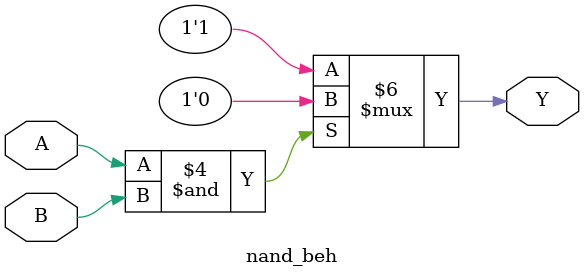
<source format=v>
module nand_beh(Y,A,B);
	input A,B;
	output Y;
	reg Y;
	always@(A,B)

	begin
		if (A==1 & B==1)
			Y=0;
		else
			Y=1;
	end
endmodule

</source>
